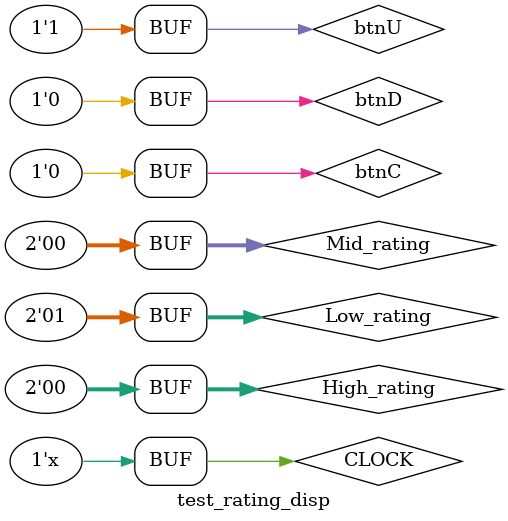
<source format=v>
`timescale 1ns / 1ps


module test_rating_disp(

    );
reg CLOCK =0 ;
/*
show_ratings sr (CLOCK,1,1,0,0,5);

 always begin
       #5 CLOCK = ~CLOCK;
  end 
*/
 always begin
      #5 CLOCK = ~CLOCK;
 end 
 
  always begin
        High_rating = 1; Mid_rating = 0;Low_rating =0; btnD =1 ;btnU = 0;btnC=0; #15;
         High_rating = 0; Mid_rating = 1;Low_rating =0; btnD =0 ;btnU = 0;btnC=1; #15;
        High_rating = 0; Mid_rating = 0;Low_rating =1; btnD =0 ;btnU = 1;btnC=0; #15;
   end 
   reg [1:0] High_rating =0;
   reg [1:0] Mid_rating =0;
   reg [1:0] Low_rating =0;
   reg btnC = 0;
   reg btnD = 0;
   reg btnU = 0;

draw_game_screen dgs(CLOCK,1,High_rating,Mid_rating,Low_rating,5000,btnD,btnU,btnC);




endmodule

</source>
